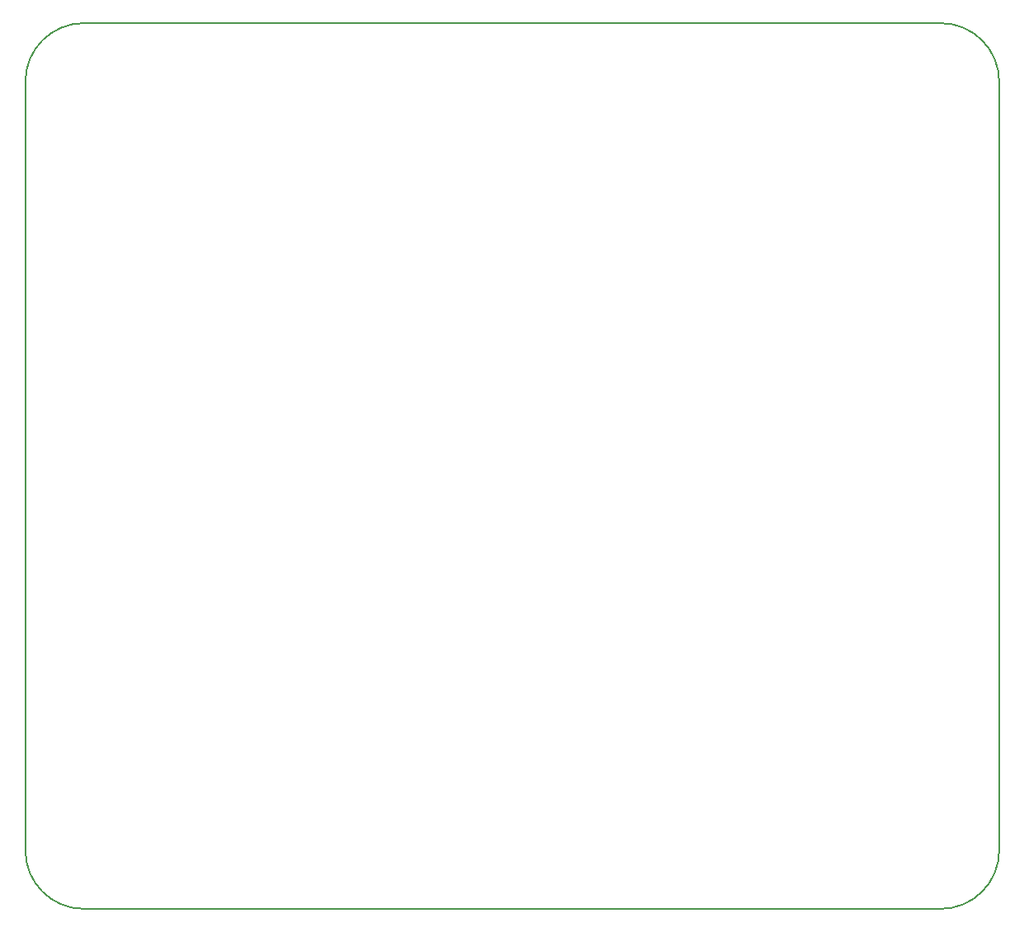
<source format=gm1>
G04 #@! TF.GenerationSoftware,KiCad,Pcbnew,5.1.5+dfsg1-2build2*
G04 #@! TF.CreationDate,2021-04-22T17:56:20+02:00*
G04 #@! TF.ProjectId,eGallinero,6547616c-6c69-46e6-9572-6f2e6b696361,rev?*
G04 #@! TF.SameCoordinates,Original*
G04 #@! TF.FileFunction,Profile,NP*
%FSLAX46Y46*%
G04 Gerber Fmt 4.6, Leading zero omitted, Abs format (unit mm)*
G04 Created by KiCad (PCBNEW 5.1.5+dfsg1-2build2) date 2021-04-22 17:56:20*
%MOMM*%
%LPD*%
G04 APERTURE LIST*
%ADD10C,0.200000*%
G04 APERTURE END LIST*
D10*
X6000000Y0D02*
G75*
G02X0Y6000000I0J6000000D01*
G01*
X0Y85000000D02*
X0Y6000000D01*
X0Y85000000D02*
G75*
G02X6000000Y91000000I6000000J0D01*
G01*
X94000000Y91000000D02*
X6000000Y91000000D01*
X94000000Y91000000D02*
G75*
G02X100000000Y85000000I0J-6000000D01*
G01*
X100000000Y6000000D02*
X100000000Y85000000D01*
X100000000Y6000000D02*
G75*
G02X94000000Y0I-6000000J0D01*
G01*
X6000000Y0D02*
X94000000Y0D01*
M02*

</source>
